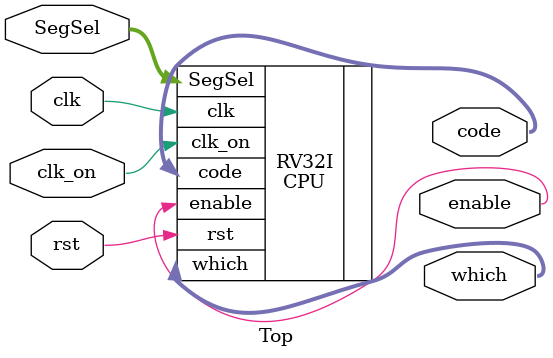
<source format=v>
`timescale 1ns / 1ps
module Top(
        input clk,
        input clk_on,
        input rst,
        input [3:0] SegSel,
        output enable,
        output [2:0] which,
        output [7:0] code
    );

    CPU RV32I (
        .clk(clk),
        .clk_on(clk_on),
        .rst(rst),
        .SegSel(SegSel),
        .enable(enable),
        .which(which),
        .code(code)
    );

endmodule

</source>
